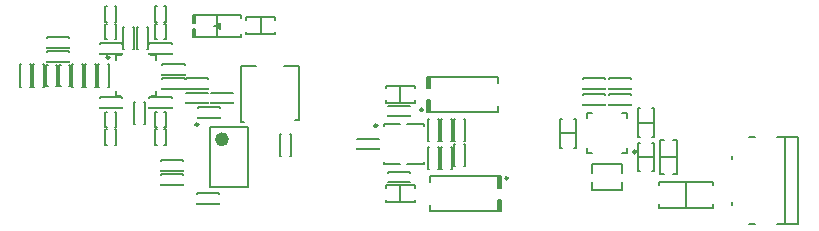
<source format=gto>
G04*
G04 #@! TF.GenerationSoftware,Altium Limited,Altium Designer,24.1.0 (36)*
G04*
G04 Layer_Color=65535*
%FSLAX44Y44*%
%MOMM*%
G71*
G04*
G04 #@! TF.SameCoordinates,419B32F7-A19B-4B02-8D27-CA0E7DC0472F*
G04*
G04*
G04 #@! TF.FilePolarity,Positive*
G04*
G01*
G75*
%ADD10C,0.2500*%
%ADD11C,0.6000*%
%ADD12C,0.2540*%
%ADD13C,0.2000*%
%ADD14C,0.1500*%
D10*
X127750Y150500D02*
G03*
X127750Y150500I-1250J0D01*
G01*
X573750Y70500D02*
G03*
X573750Y70500I-1250J0D01*
G01*
X354750Y92500D02*
G03*
X354750Y92500I-1250J0D01*
G01*
X203001Y93551D02*
G03*
X203001Y93551I-1250J0D01*
G01*
D11*
X226001Y81001D02*
G03*
X226001Y81001I-3000J0D01*
G01*
D12*
X465000Y48000D02*
G03*
X465000Y48000I-1000J0D01*
G01*
X393000Y106000D02*
G03*
X393000Y106000I-1000J0D01*
G01*
D13*
X133000Y118000D02*
X137250D01*
X133000D02*
Y122250D01*
X162750Y118000D02*
X167000D01*
Y122250D01*
Y147750D02*
Y152000D01*
X162750D02*
X167000D01*
X133000D02*
X137250D01*
X133000Y147750D02*
Y152000D01*
X566000Y69000D02*
Y73250D01*
X561750Y69000D02*
X566000D01*
X532000D02*
X536250D01*
X532000D02*
Y73250D01*
Y98750D02*
Y103000D01*
X536250D01*
X566000Y98750D02*
Y103000D01*
X561750D02*
X566000D01*
X360000Y92250D02*
Y94000D01*
X374250D01*
X379750D02*
X394000D01*
Y92250D02*
Y94000D01*
Y60000D02*
Y61750D01*
X379750Y60000D02*
X394000D01*
X360000D02*
Y61750D01*
Y60000D02*
X374250D01*
X213001Y41001D02*
Y91001D01*
X245001Y41001D02*
Y91001D01*
X213001D02*
X245001D01*
X213001Y41001D02*
X245001D01*
X276000Y143000D02*
X288000D01*
Y97000D02*
Y143000D01*
X285000Y97000D02*
X288000D01*
X239000Y143000D02*
X252000D01*
X239000Y96000D02*
Y143000D01*
Y96000D02*
X242000D01*
X561700Y38000D02*
Y45190D01*
X536300Y38000D02*
X561700D01*
X536300D02*
Y45190D01*
Y52810D02*
Y60000D01*
X561700D01*
Y52810D02*
Y60000D01*
X700000Y83000D02*
X711000D01*
Y9000D02*
Y83000D01*
X700000Y9000D02*
X711000D01*
X700000D02*
Y83000D01*
X693000Y9000D02*
X700000D01*
X669000D02*
X674000D01*
X655000Y25000D02*
Y28000D01*
Y64000D02*
Y67000D01*
X669000Y83000D02*
X674000D01*
X693000D02*
X700000D01*
X399000Y50000D02*
X459000D01*
X399000Y20000D02*
X459000D01*
X457000D02*
Y30000D01*
X459000D01*
Y20000D02*
Y30000D01*
X457000Y20000D02*
X459000D01*
X458000D02*
Y30000D01*
X457000Y40000D02*
Y50000D01*
Y40000D02*
X459000D01*
Y50000D01*
X457000D02*
X459000D01*
X457000D02*
X458000D01*
Y40000D02*
Y50000D01*
X399000Y20000D02*
Y25000D01*
Y45000D02*
Y50000D01*
X397000Y104000D02*
X457000D01*
X397000Y134000D02*
X457000D01*
X399000Y124000D02*
Y134000D01*
X397000Y124000D02*
X399000D01*
X397000D02*
Y134000D01*
X399000D01*
X398000Y124000D02*
Y134000D01*
X399000Y104000D02*
Y114000D01*
X397000D02*
X399000D01*
X397000Y104000D02*
Y114000D01*
Y104000D02*
X399000D01*
X398000D02*
X399000D01*
X398000D02*
Y114000D01*
X457000Y129000D02*
Y134000D01*
Y104000D02*
Y109000D01*
D14*
X243792Y170000D02*
Y171920D01*
Y170000D02*
X268208D01*
Y171920D01*
X256000Y170000D02*
Y184000D01*
X243792Y182080D02*
Y184112D01*
X268208Y182080D02*
Y184112D01*
X243792D02*
X268208D01*
X419428Y58602D02*
X420190D01*
X419428D02*
Y77398D01*
X420190D01*
X427810D02*
X428572D01*
Y58602D02*
Y77398D01*
X427810Y58602D02*
X428572D01*
X419428Y79602D02*
X420190D01*
X419428D02*
Y98398D01*
X420190D01*
X427810D02*
X428572D01*
Y79602D02*
Y98398D01*
X427810Y79602D02*
X428572D01*
X416810Y74398D02*
X417572D01*
Y55602D02*
Y74398D01*
X416810Y55602D02*
X417572D01*
X408428D02*
X409190D01*
X408428D02*
Y74398D01*
X409190D01*
X416810Y98398D02*
X417572D01*
Y79602D02*
Y98398D01*
X416810Y79602D02*
X417572D01*
X408428D02*
X409190D01*
X408428D02*
Y98398D01*
X409190D01*
X172602Y143810D02*
Y144572D01*
X191398D01*
Y143810D02*
Y144572D01*
Y135428D02*
Y136190D01*
X172602Y135428D02*
X191398D01*
X172602D02*
Y136190D01*
X151428Y157602D02*
X152190D01*
X151428D02*
Y176398D01*
X152190D01*
X159810D02*
X160572D01*
Y157602D02*
Y176398D01*
X159810Y157602D02*
X160572D01*
X139428D02*
X140190D01*
X139428D02*
Y176398D01*
X140190D01*
X147810D02*
X148572D01*
Y157602D02*
Y176398D01*
X147810Y157602D02*
X148572D01*
X156810Y112398D02*
X157572D01*
Y93602D02*
Y112398D01*
X156810Y93602D02*
X157572D01*
X148428D02*
X149190D01*
X148428D02*
Y112398D01*
X149190D01*
X221398Y99428D02*
Y100190D01*
X202602Y99428D02*
X221398D01*
X202602D02*
Y100190D01*
Y107810D02*
Y108572D01*
X221398D01*
Y107810D02*
Y108572D01*
X569398Y123428D02*
Y124190D01*
X550602Y123428D02*
X569398D01*
X550602D02*
Y124190D01*
Y131810D02*
Y132572D01*
X569398D01*
Y131810D02*
Y132572D01*
X192602Y131810D02*
Y132572D01*
X211398D01*
Y131810D02*
Y132572D01*
Y123428D02*
Y124190D01*
X192602Y123428D02*
X211398D01*
X192602D02*
Y124190D01*
X191398Y123428D02*
Y124190D01*
X172602Y123428D02*
X191398D01*
X172602D02*
Y124190D01*
Y131810D02*
Y132572D01*
X191398D01*
Y131810D02*
Y132572D01*
X126810Y144398D02*
X127572D01*
Y125602D02*
Y144398D01*
X126810Y125602D02*
X127572D01*
X118428D02*
X119190D01*
X118428D02*
Y144398D01*
X119190D01*
X171602Y62810D02*
Y63572D01*
X190398D01*
Y62810D02*
Y63572D01*
Y54428D02*
Y55190D01*
X171602Y54428D02*
X190398D01*
X171602D02*
Y55190D01*
Y50810D02*
Y51572D01*
X190398D01*
Y50810D02*
Y51572D01*
Y42428D02*
Y43190D01*
X171602Y42428D02*
X190398D01*
X171602D02*
Y43190D01*
X547398Y123428D02*
Y124190D01*
X528602Y123428D02*
X547398D01*
X528602D02*
Y124190D01*
Y131810D02*
Y132572D01*
X547398D01*
Y131810D02*
Y132572D01*
X71810Y144398D02*
X72572D01*
Y125602D02*
Y144398D01*
X71810Y125602D02*
X72572D01*
X63428D02*
X64190D01*
X63428D02*
Y144398D01*
X64190D01*
X547398Y110428D02*
Y111190D01*
X528602Y110428D02*
X547398D01*
X528602D02*
Y111190D01*
Y118810D02*
Y119572D01*
X547398D01*
Y118810D02*
Y119572D01*
X93898Y158428D02*
Y159190D01*
X75102Y158428D02*
X93898D01*
X75102D02*
Y159190D01*
Y166810D02*
Y167572D01*
X93898D01*
Y166810D02*
Y167572D01*
X75102Y154810D02*
Y155572D01*
X93898D01*
Y154810D02*
Y155572D01*
Y146428D02*
Y147190D01*
X75102Y146428D02*
X93898D01*
X75102D02*
Y147190D01*
X107428Y125602D02*
X108190D01*
X107428D02*
Y144398D01*
X108190D01*
X115810D02*
X116572D01*
Y125602D02*
Y144398D01*
X115810Y125602D02*
X116572D01*
X52428D02*
X53190D01*
X52428D02*
Y144398D01*
X53190D01*
X60810D02*
X61572D01*
Y125602D02*
Y144398D01*
X60810Y125602D02*
X61572D01*
X605000Y52000D02*
X608000D01*
Y80000D01*
X605000D02*
X608000D01*
X594000D02*
X597000D01*
X594000Y52000D02*
Y80000D01*
Y52000D02*
X597000D01*
X594000Y66000D02*
X608000D01*
X639000Y23000D02*
Y26000D01*
X593000Y23000D02*
X639000D01*
X593000D02*
Y26000D01*
Y42000D02*
Y45000D01*
X639000D01*
Y42000D02*
Y45000D01*
X616000Y23000D02*
Y45000D01*
X219000Y177000D02*
X221540Y179540D01*
X219000Y177000D02*
X221540Y174460D01*
Y179540D01*
X216460Y177000D02*
X219000D01*
X198680Y174460D02*
X199950D01*
X198680Y168000D02*
Y174460D01*
Y168000D02*
X199950D01*
X198680Y186000D02*
X199950D01*
X198680Y179540D02*
Y186000D01*
Y179540D02*
X199950D01*
X239320Y168000D02*
Y170000D01*
X199950Y168000D02*
X239320D01*
X199950D02*
Y174460D01*
X239320Y184000D02*
Y186000D01*
X199950D02*
X239320D01*
X199950Y179540D02*
Y186000D01*
X219000Y168000D02*
Y186000D01*
X166500Y89500D02*
X167690D01*
X166500Y76500D02*
X167690D01*
X174310D02*
X175500D01*
X174310Y89500D02*
X175500D01*
X175750Y76500D02*
Y89500D01*
X166250Y76500D02*
Y89500D01*
X174310Y180500D02*
X175500D01*
X174310Y193500D02*
X175500D01*
X166500D02*
X167690D01*
X166500Y180500D02*
X167690D01*
X166250Y180500D02*
Y193500D01*
X175750Y180500D02*
Y193500D01*
X132310Y76500D02*
X133500D01*
X132310Y89500D02*
X133500D01*
X124500D02*
X125690D01*
X124500Y76500D02*
X125690D01*
X124250Y76500D02*
Y89500D01*
X133750Y76500D02*
Y89500D01*
X124500Y193500D02*
X125690D01*
X124500Y180500D02*
X125690D01*
X132310D02*
X133500D01*
X132310Y193500D02*
X133500D01*
X133750Y180500D02*
Y193500D01*
X124250Y180500D02*
Y193500D01*
X382398Y52810D02*
Y53572D01*
X363602D02*
X382398D01*
X363602Y52810D02*
Y53572D01*
Y44428D02*
Y45190D01*
Y44428D02*
X382398D01*
Y45190D01*
X363602Y100428D02*
Y101190D01*
Y100428D02*
X382398D01*
Y101190D01*
Y108810D02*
Y109572D01*
X363602D02*
X382398D01*
X363602Y108810D02*
Y109572D01*
X361792Y42112D02*
X386208D01*
Y40080D02*
Y42112D01*
X361792Y40080D02*
Y42112D01*
X374000Y28000D02*
Y42000D01*
X386208Y28000D02*
Y29920D01*
X361792Y28000D02*
X386208D01*
X361792D02*
Y29920D01*
X589112Y82792D02*
Y107208D01*
X587080Y82792D02*
X589112D01*
X587080Y107208D02*
X589112D01*
X575000Y95000D02*
X589000D01*
X575000Y82792D02*
X576920D01*
X575000D02*
Y107208D01*
X576920D01*
X508888Y73792D02*
Y98208D01*
X510920D01*
X508888Y73792D02*
X510920D01*
X509000Y86000D02*
X523000D01*
X521080Y98208D02*
X523000D01*
Y73792D02*
Y98208D01*
X521080Y73792D02*
X523000D01*
X361792Y111888D02*
X386208D01*
X361792D02*
Y113920D01*
X386208Y111888D02*
Y113920D01*
X374000Y112000D02*
Y126000D01*
X361792Y124080D02*
Y126000D01*
X386208D01*
Y124080D02*
Y126000D01*
X569398Y118810D02*
Y119572D01*
X550602D02*
X569398D01*
X550602Y118810D02*
Y119572D01*
Y110428D02*
Y111190D01*
Y110428D02*
X569398D01*
Y111190D01*
X180398Y115810D02*
Y116572D01*
X161602D02*
X180398D01*
X161602Y115810D02*
Y116572D01*
Y107428D02*
Y108190D01*
Y107428D02*
X180398D01*
Y108190D01*
X138398Y161810D02*
Y162572D01*
X119602D02*
X138398D01*
X119602Y161810D02*
Y162572D01*
Y153428D02*
Y154190D01*
Y153428D02*
X138398D01*
Y154190D01*
X119602Y107428D02*
Y108190D01*
Y107428D02*
X138398D01*
Y108190D01*
Y115810D02*
Y116572D01*
X119602D02*
X138398D01*
X119602Y115810D02*
Y116572D01*
X161602Y153428D02*
Y154190D01*
Y153428D02*
X180398D01*
Y154190D01*
Y161810D02*
Y162572D01*
X161602D02*
X180398D01*
X161602Y161810D02*
Y162572D01*
X132310Y91500D02*
X133500D01*
X132310Y104500D02*
X133500D01*
X124500D02*
X125690D01*
X124500Y91500D02*
X125690D01*
X124250Y91500D02*
Y104500D01*
X133750Y91500D02*
Y104500D01*
X174310Y165500D02*
X175500D01*
X174310Y178500D02*
X175500D01*
X166500D02*
X167690D01*
X166500Y165500D02*
X167690D01*
X166250Y165500D02*
Y178500D01*
X175750Y165500D02*
Y178500D01*
X166500Y104500D02*
X167690D01*
X166500Y91500D02*
X167690D01*
X174310D02*
X175500D01*
X174310Y104500D02*
X175500D01*
X175750Y91500D02*
Y104500D01*
X166250Y91500D02*
Y104500D01*
X124500Y178500D02*
X125690D01*
X124500Y165500D02*
X125690D01*
X132310D02*
X133500D01*
X132310Y178500D02*
X133500D01*
X133750Y165500D02*
Y178500D01*
X124250Y165500D02*
Y178500D01*
X220398Y34810D02*
Y35572D01*
X201602D02*
X220398D01*
X201602Y34810D02*
Y35572D01*
Y26428D02*
Y27190D01*
Y26428D02*
X220398D01*
Y27190D01*
X272428Y85398D02*
X273190D01*
X272428Y66602D02*
Y85398D01*
Y66602D02*
X273190D01*
X280810D02*
X281572D01*
Y85398D01*
X280810D02*
X281572D01*
X356398Y80810D02*
Y81572D01*
X337602D02*
X356398D01*
X337602Y80810D02*
Y81572D01*
Y72428D02*
Y73190D01*
Y72428D02*
X356398D01*
Y73190D01*
X397428Y74398D02*
X398190D01*
X397428Y55602D02*
Y74398D01*
Y55602D02*
X398190D01*
X405810D02*
X406572D01*
Y74398D01*
X405810D02*
X406572D01*
X589112Y53792D02*
Y78208D01*
X587080Y53792D02*
X589112D01*
X587080Y78208D02*
X589112D01*
X575000Y66000D02*
X589000D01*
X575000Y53792D02*
X576920D01*
X575000D02*
Y78208D01*
X576920D01*
X405810Y79602D02*
X406572D01*
Y98398D01*
X405810D02*
X406572D01*
X397428D02*
X398190D01*
X397428Y79602D02*
Y98398D01*
Y79602D02*
X398190D01*
X93500Y143643D02*
X94500D01*
Y126347D02*
Y143643D01*
X85500D02*
X86500D01*
X85500Y126347D02*
Y143643D01*
X93500Y126347D02*
X94500D01*
X85500D02*
X86500D01*
X74500Y126357D02*
X75500D01*
X74500D02*
Y143653D01*
X82500Y126357D02*
X83500D01*
Y143653D01*
X74500D02*
X75500D01*
X82500D02*
X83500D01*
X213602Y111428D02*
Y112190D01*
Y111428D02*
X232398D01*
Y112190D01*
Y119810D02*
Y120572D01*
X213602D02*
X232398D01*
X213602Y119810D02*
Y120572D01*
X192602Y111428D02*
Y112190D01*
Y111428D02*
X211398D01*
Y112190D01*
Y119810D02*
Y120572D01*
X192602D02*
X211398D01*
X192602Y119810D02*
Y120572D01*
X96428Y144398D02*
X97190D01*
X96428Y125602D02*
Y144398D01*
Y125602D02*
X97190D01*
X104810D02*
X105572D01*
Y144398D01*
X104810D02*
X105572D01*
M02*

</source>
